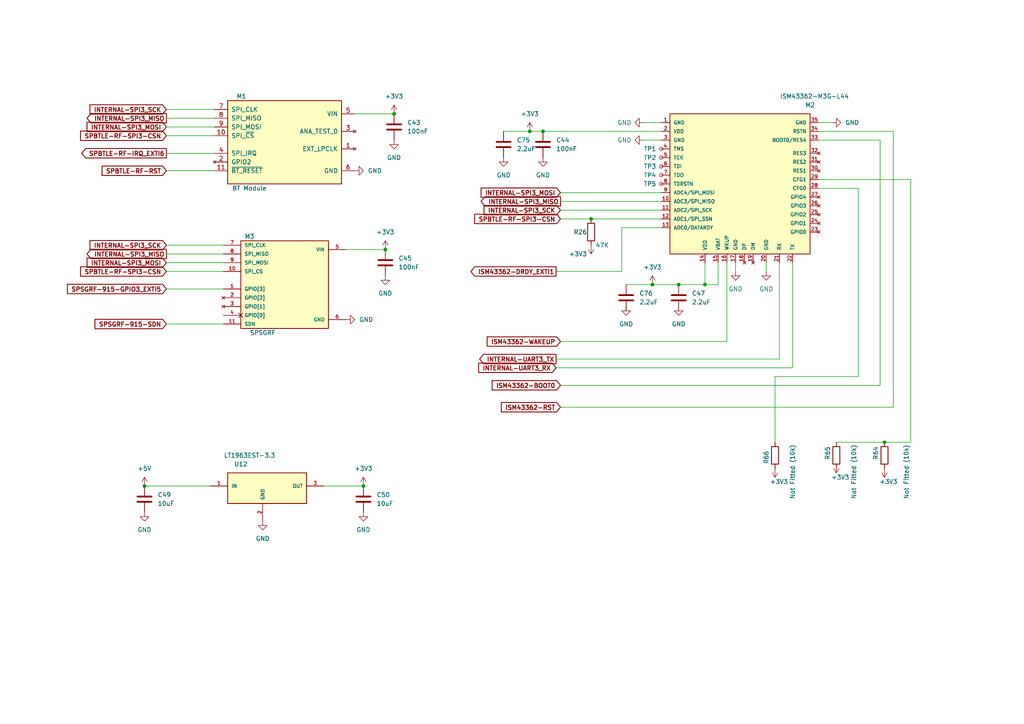
<source format=kicad_sch>
(kicad_sch (version 20211123) (generator eeschema)
  (paper "A4")
  (lib_symbols
    (symbol "+3V3_1" (power) (pin_names (offset 0))
      (property "Value" "+3V3_1" (at 0 5.08 0))
      (symbol "+3V3_1_0_1"
        (polyline (pts (xy -0.762 1.27) (xy 0 2.54)))
        (polyline (pts (xy 0 0) (xy 0 2.54)))
        (polyline (pts (xy 0 2.54) (xy 0.762 1.27)))
      )
      (symbol "+3V3_1_1_1"
        (pin power_in line (at 0 0 90) (length 0) hide (name "+3V3") (number "1"))
      )
    )
    (symbol "Connector:TestPoint_Small" (pin_numbers hide) (pin_names (offset 0.762) hide)
      (property "Reference" "TP" (at 0 3.81 0))
      (property "Value" "TestPoint_Small" (at 0 2.032 0))
      (symbol "TestPoint_Small_0_1"
        (circle (center 0 0) (radius 0.508))
      )
      (symbol "TestPoint_Small_1_1"
        (pin passive line (at 0 0 90) (length 0) (name "1") (number "1"))
      )
    )
    (symbol "Device:C" (pin_numbers hide) (pin_names (offset 0.254))
      (property "Reference" "C" (at 0.635 2.54 0))
      (property "Value" "C" (at 0.635 -2.54 0))
      (symbol "C_0_1"
        (polyline (pts (xy -2.032 -0.762) (xy 2.032 -0.762)) (stroke (width 0.508)))
        (polyline (pts (xy -2.032 0.762) (xy 2.032 0.762)) (stroke (width 0.508)))
      )
      (symbol "C_1_1"
        (pin passive line (at 0 3.81 270) (length 2.794) (name "~") (number "1"))
        (pin passive line (at 0 -3.81 90) (length 2.794) (name "~") (number "2"))
      )
    )
    (symbol "Device:R" (pin_numbers hide) (pin_names (offset 0))
      (property "Reference" "R" (at 2.032 0 90))
      (property "Value" "R" (at 0 0 90))
      (symbol "R_0_1"
        (rectangle (start -1.016 -2.54) (end 1.016 2.54) (stroke (width 0.254)))
      )
      (symbol "R_1_1"
        (pin passive line (at 0 3.81 270) (length 1.27) (name "~") (number "1"))
        (pin passive line (at 0 -3.81 90) (length 1.27) (name "~") (number "2"))
      )
    )
    (symbol "ISM43362-M3G-L44-E_C2.5.0.3_SPI:ISM43362-M3G-L44-E_C2.5.0.3_SPI" (pin_names (offset 1.016))
      (property "Reference" "U?" (at 0 30.48 0))
      (property "Value" "ISM43362-M3G-L44-E_C2.5.0.3_SPI" (at 0 27.94 0))
      (symbol "ISM43362-M3G-L44-E_C2.5.0.3_SPI_0_0"
        (rectangle (start -20.32 25.4) (end 20.32 -15.24) (stroke (width 0.254)) (fill (type background)))
        (pin power_in line (at -22.86 22.86 0) (length 2.54) (name "GND") (number "1"))
        (pin bidirectional line (at -22.86 0 0) (length 2.54) (name "ADC3/SPI_MISO") (number "10"))
        (pin bidirectional line (at -22.86 -2.54 0) (length 2.54) (name "ADC2/SPI_SCK") (number "11"))
        (pin bidirectional line (at -22.86 -5.08 0) (length 2.54) (name "ADC1/SPI_SSN") (number "12"))
        (pin bidirectional line (at -22.86 -7.62 0) (length 2.54) (name "ADC0/DATARDY") (number "13"))
        (pin power_in line (at -10.16 -17.78 90) (length 2.54) (name "VDD") (number "14"))
        (pin power_in line (at -6.35 -17.78 90) (length 2.54) (name "VBAT") (number "15"))
        (pin input line (at -3.81 -17.78 90) (length 2.54) (name "WKUP") (number "16"))
        (pin power_in line (at -1.27 -17.78 90) (length 2.54) (name "GND") (number "17"))
        (pin no_connect line (at 1.27 -17.78 90) (length 2.54) (name "DP") (number "18"))
        (pin no_connect line (at 3.81 -17.78 90) (length 2.54) (name "DM") (number "19"))
        (pin power_in line (at -22.86 20.32 0) (length 2.54) (name "VDD") (number "2"))
        (pin power_in line (at 7.62 -17.78 90) (length 2.54) (name "GND") (number "20"))
        (pin bidirectional line (at 11.43 -17.78 90) (length 2.54) (name "RX") (number "21"))
        (pin bidirectional line (at 15.24 -17.78 90) (length 2.54) (name "TX") (number "22"))
        (pin no_connect line (at 22.86 -8.89 180) (length 2.54) (name "GPIO0") (number "23"))
        (pin no_connect line (at 22.86 -6.35 180) (length 2.54) (name "GPIO1") (number "24"))
        (pin no_connect line (at 22.86 -3.81 180) (length 2.54) (name "GPIO2") (number "25"))
        (pin no_connect line (at 22.86 -1.27 180) (length 2.54) (name "GPIO3") (number "26"))
        (pin no_connect line (at 22.86 1.27 180) (length 2.54) (name "GPIO4") (number "27"))
        (pin input line (at 22.86 3.81 180) (length 2.54) (name "CFG0") (number "28"))
        (pin input line (at 22.86 6.35 180) (length 2.54) (name "CFG1") (number "29"))
        (pin power_in line (at -22.86 17.78 0) (length 2.54) (name "GND") (number "3"))
        (pin no_connect line (at 22.86 8.89 180) (length 2.54) (name "RES1") (number "30"))
        (pin no_connect line (at 22.86 11.43 180) (length 2.54) (name "RES2") (number "31"))
        (pin no_connect line (at 22.86 13.97 180) (length 2.54) (name "RES3") (number "32"))
        (pin bidirectional line (at 22.86 17.78 180) (length 2.54) (name "BOOT0/RES4") (number "33"))
        (pin input line (at 22.86 20.32 180) (length 2.54) (name "RSTN") (number "34"))
        (pin power_in line (at 22.86 22.86 180) (length 2.54) (name "GND") (number "35"))
        (pin bidirectional line (at -22.86 15.24 0) (length 2.54) (name "TMS") (number "4"))
        (pin input line (at -22.86 12.7 0) (length 2.54) (name "TCK") (number "5"))
        (pin input line (at -22.86 10.16 0) (length 2.54) (name "TDI") (number "6"))
        (pin output line (at -22.86 7.62 0) (length 2.54) (name "TDO") (number "7"))
        (pin bidirectional line (at -22.86 5.08 0) (length 2.54) (name "TDRSTN") (number "8"))
        (pin bidirectional line (at -22.86 2.54 0) (length 2.54) (name "ADC4/SPI_MOSI") (number "9"))
      )
    )
    (symbol "PDQ2-D48-D5-S:PDQ2-D48-D5-S" (pin_names (offset 1.016))
      (property "Reference" "U?" (at 0 15.24 0))
      (property "Value" "PDQ2-D48-D5-S" (at 0 12.7 0))
      (symbol "PDQ2-D48-D5-S_0_0"
        (rectangle (start -12.7 3.81) (end 10.16 -5.08) (stroke (width 0.254)) (fill (type background)))
        (pin input line (at -17.78 0 0) (length 5.08) (name "IN") (number "1"))
        (pin output line (at -2.54 -10.16 90) (length 5.08) (name "GND") (number "2"))
        (pin output line (at 15.24 0 180) (length 5.08) (name "OUT") (number "3"))
      )
    )
    (symbol "RF_Bluetooth:SPBTLE-RF" (pin_names (offset 1.016))
      (property "Reference" "U?" (at 2.0194 13.97 0))
      (property "Value" "SPBTLE-RF" (at 2.0194 11.43 0))
      (symbol "SPBTLE-RF_0_1"
        (rectangle (start -16.51 8.89) (end 16.51 -15.24) (stroke (width 0.254)) (fill (type background)))
      )
      (symbol "SPBTLE-RF_1_1"
        (pin no_connect line (at 20.32 -5.08 180) (length 3.81) (name "EXT_LPCLK") (number "1"))
        (pin input line (at -20.32 -1.27 0) (length 3.81) (name "SPI_~{CS}") (number "10"))
        (pin input line (at -20.32 -11.43 0) (length 3.81) (name "~{BT_RESET}") (number "11"))
        (pin no_connect line (at -20.32 -8.89 0) (length 3.81) (name "GPIO2") (number "2"))
        (pin no_connect line (at 20.32 0 180) (length 3.81) (name "ANA_TEST_0") (number "3"))
        (pin output line (at -20.32 -6.35 0) (length 3.81) (name "SPI_IRQ") (number "4"))
        (pin power_in line (at 20.32 5.08 180) (length 3.81) (name "VIN") (number "5"))
        (pin power_in line (at 20.32 -11.43 180) (length 3.81) (name "GND") (number "6"))
        (pin input line (at -20.32 6.35 0) (length 3.81) (name "SPI_CLK") (number "7"))
        (pin output line (at -20.32 3.81 0) (length 3.81) (name "SPI_MISO") (number "8"))
        (pin input line (at -20.32 1.27 0) (length 3.81) (name "SPI_MOSI") (number "9"))
      )
    )
    (symbol "SPSGRF-868:SPSGRF-868" (pin_names (offset 1.016))
      (property "Reference" "U?" (at 0 17.78 0))
      (property "Value" "SPSGRF-868" (at 0 15.24 0))
      (symbol "SPSGRF-868_0_0"
        (rectangle (start -12.7 -12.7) (end 12.7 12.7) (stroke (width 0.254)) (fill (type background)))
        (pin bidirectional line (at -17.78 -1.27 0) (length 5.08) (name "GPIO[3]") (number "1"))
        (pin input line (at -17.78 3.81 0) (length 5.08) (name "SPI_CS") (number "10"))
        (pin input line (at -17.78 -11.43 0) (length 5.08) (name "SDN") (number "11"))
        (pin no_connect line (at -17.78 -3.81 0) (length 5.08) (name "GPIO[2]") (number "2"))
        (pin no_connect line (at -17.78 -6.35 0) (length 5.08) (name "GPIO[1]") (number "3"))
        (pin bidirectional non_logic (at -17.78 -8.89 0) (length 5.08) (name "GPIO[0]") (number "4"))
        (pin power_in line (at 17.78 10.16 180) (length 5.08) (name "VIN") (number "5"))
        (pin power_in line (at 17.78 -10.16 180) (length 5.08) (name "GND") (number "6"))
        (pin input line (at -17.78 11.43 0) (length 5.08) (name "SPI_CLK") (number "7"))
        (pin output line (at -17.78 8.89 0) (length 5.08) (name "SPI_MISO") (number "8"))
        (pin input line (at -17.78 6.35 0) (length 5.08) (name "SPI_MOSI") (number "9"))
      )
    )
    (symbol "power:+3V3" (power) (pin_names (offset 0))
      (property "Value" "+3V3" (at 0 3.556 0))
      (symbol "+3V3_0_1"
        (polyline (pts (xy -0.762 1.27) (xy 0 2.54)))
        (polyline (pts (xy 0 0) (xy 0 2.54)))
        (polyline (pts (xy 0 2.54) (xy 0.762 1.27)))
      )
      (symbol "+3V3_1_1"
        (pin power_in line (at 0 0 90) (length 0) hide (name "+3V3") (number "1"))
      )
    )
    (symbol "power:+5V" (power) (pin_names (offset 0))
      (property "Value" "+5V" (at 0 3.556 0))
      (symbol "+5V_0_1"
        (polyline (pts (xy -0.762 1.27) (xy 0 2.54)))
        (polyline (pts (xy 0 0) (xy 0 2.54)))
        (polyline (pts (xy 0 2.54) (xy 0.762 1.27)))
      )
      (symbol "+5V_1_1"
        (pin power_in line (at 0 0 90) (length 0) hide (name "+5V") (number "1"))
      )
    )
    (symbol "power:GND" (power) (pin_names (offset 0))
      (property "Value" "GND" (at 0 -3.81 0))
      (symbol "GND_0_1"
        (polyline (pts (xy 0 0) (xy 0 -1.27) (xy 1.27 -1.27) (xy 0 -2.54) (xy -1.27 -1.27) (xy 0 -1.27)))
      )
      (symbol "GND_1_1"
        (pin power_in line (at 0 0 270) (length 0) hide (name "GND") (number "1"))
      )
    )
  )
  (junction (at 153.67 38.1))
  (junction (at 111.76 72.39))
  (junction (at 114.3 33.02))
  (junction (at 105.41 140.97))
  (junction (at 256.54 128.27))
  (junction (at 171.45 63.5))
  (junction (at 196.85 82.55))
  (junction (at 204.47 82.55))
  (junction (at 189.23 82.55))
  (junction (at 157.48 38.1))
  (junction (at 41.91 140.97))
  (wire (pts (xy 222.25 78.74) (xy 222.25 76.2)))
  (wire (pts (xy 229.87 106.68) (xy 161.29 106.68)))
  (wire (pts (xy 196.85 82.55) (xy 204.47 82.55)))
  (wire (pts (xy 242.57 135.89) (xy 242.57 134.62)))
  (wire (pts (xy 255.27 111.76) (xy 162.56 111.76)))
  (wire (pts (xy 157.48 38.1) (xy 191.77 38.1)))
  (wire (pts (xy 146.05 38.1) (xy 153.67 38.1)))
  (wire (pts (xy 248.92 54.61) (xy 248.92 109.22)))
  (wire (pts (xy 256.54 128.27) (xy 264.16 128.27)))
  (wire (pts (xy 162.56 58.42) (xy 191.77 58.42)))
  (wire (pts (xy 196.85 88.9) (xy 196.85 90.17)))
  (wire (pts (xy 41.91 140.97) (xy 60.96 140.97)))
  (wire (pts (xy 237.49 52.07) (xy 264.16 52.07)))
  (wire (pts (xy 204.47 82.55) (xy 208.28 82.55)))
  (wire (pts (xy 237.49 40.64) (xy 255.27 40.64)))
  (wire (pts (xy 48.26 39.37) (xy 62.23 39.37)))
  (wire (pts (xy 102.87 33.02) (xy 114.3 33.02)))
  (wire (pts (xy 180.34 66.04) (xy 180.34 78.74)))
  (wire (pts (xy 224.79 109.22) (xy 224.79 128.27)))
  (wire (pts (xy 264.16 52.07) (xy 264.16 128.27)))
  (wire (pts (xy 162.56 99.06) (xy 210.82 99.06)))
  (wire (pts (xy 162.56 63.5) (xy 171.45 63.5)))
  (wire (pts (xy 161.29 78.74) (xy 180.34 78.74)))
  (wire (pts (xy 242.57 128.27) (xy 256.54 128.27)))
  (wire (pts (xy 259.08 38.1) (xy 259.08 118.11)))
  (wire (pts (xy 48.26 44.45) (xy 62.23 44.45)))
  (wire (pts (xy 48.26 71.12) (xy 64.77 71.12)))
  (wire (pts (xy 208.28 76.2) (xy 208.28 82.55)))
  (wire (pts (xy 48.26 83.82) (xy 64.77 83.82)))
  (wire (pts (xy 186.69 35.56) (xy 191.77 35.56)))
  (wire (pts (xy 153.67 38.1) (xy 157.48 38.1)))
  (wire (pts (xy 181.61 82.55) (xy 189.23 82.55)))
  (wire (pts (xy 161.29 104.14) (xy 226.06 104.14)))
  (wire (pts (xy 48.26 49.53) (xy 62.23 49.53)))
  (wire (pts (xy 237.49 38.1) (xy 259.08 38.1)))
  (wire (pts (xy 48.26 34.29) (xy 62.23 34.29)))
  (wire (pts (xy 48.26 73.66) (xy 64.77 73.66)))
  (wire (pts (xy 48.26 36.83) (xy 62.23 36.83)))
  (wire (pts (xy 213.36 78.74) (xy 213.36 76.2)))
  (wire (pts (xy 100.33 72.39) (xy 111.76 72.39)))
  (wire (pts (xy 48.26 31.75) (xy 62.23 31.75)))
  (wire (pts (xy 48.26 76.2) (xy 64.77 76.2)))
  (wire (pts (xy 189.23 82.55) (xy 196.85 82.55)))
  (wire (pts (xy 162.56 55.88) (xy 191.77 55.88)))
  (wire (pts (xy 204.47 76.2) (xy 204.47 82.55)))
  (wire (pts (xy 210.82 76.2) (xy 210.82 99.06)))
  (wire (pts (xy 48.26 78.74) (xy 64.77 78.74)))
  (wire (pts (xy 255.27 40.64) (xy 255.27 111.76)))
  (wire (pts (xy 162.56 118.11) (xy 259.08 118.11)))
  (wire (pts (xy 226.06 76.2) (xy 226.06 104.14)))
  (wire (pts (xy 181.61 88.9) (xy 181.61 90.17)))
  (wire (pts (xy 241.3 35.56) (xy 237.49 35.56)))
  (wire (pts (xy 93.98 140.97) (xy 105.41 140.97)))
  (wire (pts (xy 180.34 66.04) (xy 191.77 66.04)))
  (wire (pts (xy 237.49 54.61) (xy 248.92 54.61)))
  (wire (pts (xy 162.56 60.96) (xy 191.77 60.96)))
  (wire (pts (xy 248.92 109.22) (xy 224.79 109.22)))
  (wire (pts (xy 171.45 63.5) (xy 191.77 63.5)))
  (wire (pts (xy 48.26 93.98) (xy 64.77 93.98)))
  (wire (pts (xy 229.87 76.2) (xy 229.87 106.68)))
  (wire (pts (xy 186.69 40.64) (xy 191.77 40.64)))
  (global_label "ISM43362-WAKEUP" (shape input) (at 162.56 99.06 180) (effects (font (thickness 0.254) bold)) (property "Intersheet References" "${INTERSHEET_REFS}" (effects hide)))
  (global_label "INTERNAL-SPI3_SCK" (shape input) (at 48.26 71.12 180) (effects (font (thickness 0.254) bold)) (property "Intersheet References" "${INTERSHEET_REFS}" (effects hide)))
  (global_label "INTERNAL-SPI3_MISO" (shape output) (at 48.26 73.66 180) (effects (font (thickness 0.254) bold)) (property "Intersheet References" "${INTERSHEET_REFS}" (effects hide)))
  (global_label "INTERNAL-SPI3_MOSI" (shape input) (at 162.56 55.88 180) (effects (font (thickness 0.254) bold)) (property "Intersheet References" "${INTERSHEET_REFS}" (effects hide)))
  (global_label "INTERNAL-SPI3_MOSI" (shape input) (at 48.26 36.83 180) (effects (font (thickness 0.254) bold)) (property "Intersheet References" "${INTERSHEET_REFS}" (effects hide)))
  (global_label "SPSGRF-915-SDN" (shape input) (at 48.26 93.98 180) (effects (font (thickness 0.254) bold)) (property "Intersheet References" "${INTERSHEET_REFS}" (effects hide)))
  (global_label "SPBTLE-RF-SPI3-CSN" (shape input) (at 162.56 63.5 180) (effects (font (thickness 0.254) bold)) (property "Intersheet References" "${INTERSHEET_REFS}" (effects hide)))
  (global_label "SPBTLE-RF-RST" (shape input) (at 48.26 49.53 180) (effects (font (thickness 0.254) bold)) (property "Intersheet References" "${INTERSHEET_REFS}" (effects hide)))
  (global_label "INTERNAL-SPI3_SCK" (shape input) (at 48.26 31.75 180) (effects (font (thickness 0.254) bold)) (property "Intersheet References" "${INTERSHEET_REFS}" (effects hide)))
  (global_label "SPBTLE-RF-SPI3-CSN" (shape input) (at 48.26 78.74 180) (effects (font (thickness 0.254) bold)) (property "Intersheet References" "${INTERSHEET_REFS}" (effects hide)))
  (global_label "ISM43362-RST" (shape input) (at 162.56 118.11 180) (effects (font (thickness 0.254) bold)) (property "Intersheet References" "${INTERSHEET_REFS}" (effects hide)))
  (global_label "INTERNAL-SPI3_MISO" (shape output) (at 48.26 34.29 180) (effects (font (thickness 0.254) bold)) (property "Intersheet References" "${INTERSHEET_REFS}" (effects hide)))
  (global_label "INTERNAL-SPI3_MISO" (shape output) (at 162.56 58.42 180) (effects (font (thickness 0.254) bold)) (property "Intersheet References" "${INTERSHEET_REFS}" (effects hide)))
  (global_label "INTERNAL-SPI3_MOSI" (shape input) (at 48.26 76.2 180) (effects (font (thickness 0.254) bold)) (property "Intersheet References" "${INTERSHEET_REFS}" (effects hide)))
  (global_label "INTERNAL-UART3_RX" (shape input) (at 161.29 106.68 180) (effects (font (thickness 0.254) bold)) (property "Intersheet References" "${INTERSHEET_REFS}" (effects hide)))
  (global_label "SPSGRF-915-GPIO3_EXTI5" (shape input) (at 48.26 83.82 180) (effects (font (thickness 0.254) bold)) (property "Intersheet References" "${INTERSHEET_REFS}" (effects hide)))
  (global_label "INTERNAL-SPI3_SCK" (shape input) (at 162.56 60.96 180) (effects (font (thickness 0.254) bold)) (property "Intersheet References" "${INTERSHEET_REFS}" (effects hide)))
  (global_label "ISM43362-BOOT0" (shape input) (at 162.56 111.76 180) (effects (font (thickness 0.254) bold)) (property "Intersheet References" "${INTERSHEET_REFS}" (effects hide)))
  (global_label "SPBTLE-RF-SPI3-CSN" (shape input) (at 48.26 39.37 180) (effects (font (thickness 0.254) bold)) (property "Intersheet References" "${INTERSHEET_REFS}" (effects hide)))
  (global_label "INTERNAL-UART3_TX" (shape output) (at 161.29 104.14 180) (effects (font (thickness 0.254) bold)) (property "Intersheet References" "${INTERSHEET_REFS}" (effects hide)))
  (global_label "ISM43362-DRDY_EXTI1" (shape output) (at 161.29 78.74 180) (effects (font (thickness 0.254) bold)) (property "Intersheet References" "${INTERSHEET_REFS}" (effects hide)))
  (global_label "SPBTLE-RF-IRQ_EXTI6" (shape output) (at 48.26 44.45 180) (effects (font (thickness 0.254) bold)) (property "Intersheet References" "${INTERSHEET_REFS}" (effects hide)))
  (symbol (lib_id "Connector:TestPoint_Small") (at 191.77 48.26 0) (unit 1)
    (property "Reference" "TP3" (at 186.69 48.26 0) (effects (justify left)))
    (property "Value" "TestPoint_Small" (effects hide))
    (property "Footprint" "TestPoint:TestPoint_2Pads_Pitch2.54mm_Drill0.8mm" (effects hide))
  )
  (symbol (lib_id "Device:C") (at 181.61 86.36 0) (unit 1)
    (property "Reference" "C76" (at 185.42 85.0899 0) (effects (justify left)))
    (property "Value" "2.2uF" (at 185.42 87.6299 0) (effects (justify left)))
    (property "Footprint" "Capacitor_SMD:C_0603_1608Metric" (effects hide))
    (property "Datasheet" "https://www.snapeda.com/parts/C0603C222K4RACTU/KEMET/datasheet/" (effects hide))
  )
  (symbol (lib_id "power:+3V3") (at 171.45 71.12 0) (mirror x) (unit 1)
    (property "Reference" "#PWR?" (effects hide))
    (property "Value" "+3V3" (at 167.64 73.66 0))
  )
  (symbol (lib_id "Connector:TestPoint_Small") (at 191.77 50.8 0) (unit 1)
    (property "Reference" "TP4" (at 186.69 50.8 0) (effects (justify left)))
    (property "Value" "TestPoint_Small" (effects hide))
    (property "Footprint" "TestPoint:TestPoint_2Pads_Pitch2.54mm_Drill0.8mm" (effects hide))
  )
  (symbol (lib_id "power:GND") (at 100.33 92.71 90) (unit 1)
    (property "Reference" "#PWR?" (effects hide))
    (property "Value" "GND" (at 104.14 92.7099 90) (effects (justify right)))
  )
  (symbol (lib_id "Device:R") (at 171.45 67.31 0) (unit 1)
    (property "Reference" "R26" (at 166.37 67.31 0) (effects (justify left)))
    (property "Value" "47K" (at 172.72 71.12 0) (effects (justify left)))
    (property "Footprint" "Resistor_SMD:R_0402_1005Metric" (effects hide))
    (property "Datasheet" "https://www.snapeda.com/parts/ERA-2HEC7321P/Panasonic/datasheet/" (effects hide))
  )
  (symbol (lib_id "power:+3V3") (at 105.41 140.97 0) (unit 1)
    (property "Reference" "#PWR?" (effects hide))
    (property "Value" "+3V3" (at 105.41 135.89 0))
  )
  (symbol (lib_id "Device:C") (at 41.91 144.78 0) (unit 1)
    (property "Reference" "C49" (at 45.72 143.5099 0) (effects (justify left)))
    (property "Value" "10uF" (at 45.72 146.0499 0) (effects (justify left)))
    (property "Footprint" "Capacitor_SMD:C_0603_1608Metric" (effects hide))
    (property "Datasheet" "https://www.snapeda.com/parts/C0603C222K4RACTU/KEMET/datasheet/" (effects hide))
  )
  (symbol (lib_id "Device:C") (at 111.76 76.2 0) (unit 1)
    (property "Reference" "C45" (at 115.57 74.9299 0) (effects (justify left)))
    (property "Value" "100nF" (at 115.57 77.4699 0) (effects (justify left)))
    (property "Footprint" "Capacitor_SMD:C_0402_1005Metric" (effects hide))
    (property "Datasheet" "https://s3.amazonaws.com/snapeda/datasheet/C0402C222J3JACTU_KEMET.pdf" (effects hide))
  )
  (symbol (lib_id "power:GND") (at 146.05 45.72 0) (unit 1)
    (property "Reference" "#PWR?" (effects hide))
    (property "Value" "GND" (at 146.05 50.8 0))
  )
  (symbol (lib_id "Device:C") (at 146.05 41.91 0) (unit 1)
    (property "Reference" "C75" (at 149.86 40.6399 0) (effects (justify left)))
    (property "Value" "2.2uF" (at 149.86 43.1799 0) (effects (justify left)))
    (property "Footprint" "Capacitor_SMD:C_0603_1608Metric" (effects hide))
    (property "Datasheet" "https://www.snapeda.com/parts/C0603C222K4RACTU/KEMET/datasheet/" (effects hide))
  )
  (symbol (lib_name "+3V3_1") (lib_id "power:+3V3") (at 189.23 82.55 0) (unit 1)
    (property "Reference" "#PWR?" (effects hide))
    (property "Value" "3V3_WIFI" (at 189.23 77.47 0))
  )
  (symbol (lib_id "power:GND") (at 102.87 49.53 90) (unit 1)
    (property "Reference" "#PWR?" (effects hide))
    (property "Value" "GND" (at 106.68 49.5299 90) (effects (justify right)))
  )
  (symbol (lib_id "power:GND") (at 222.25 78.74 0) (unit 1)
    (property "Reference" "#PWR?" (effects hide))
    (property "Value" "GND" (at 222.25 83.82 0))
  )
  (symbol (lib_name "+3V3_1") (lib_id "power:+3V3") (at 153.67 38.1 0) (unit 1)
    (property "Reference" "#PWR?" (effects hide))
    (property "Value" "3V3_WIFI" (at 153.67 33.02 0))
  )
  (symbol (lib_id "power:GND") (at 76.2 151.13 0) (unit 1)
    (property "Reference" "#PWR?" (effects hide))
    (property "Value" "GND" (at 76.2 156.21 0))
  )
  (symbol (lib_id "power:GND") (at 111.76 80.01 0) (unit 1)
    (property "Reference" "#PWR?" (effects hide))
    (property "Value" "GND" (at 111.76 85.09 0))
  )
  (symbol (lib_id "PDQ2-D48-D5-S:PDQ2-D48-D5-S") (at 78.74 140.97 0) (unit 1)
    (property "Reference" "U12" (at 69.85 134.62 0))
    (property "Value" "LT1963EST-3.3" (at 72.39 132.08 0))
    (property "Footprint" "LT1963EST-3:SOT230P700X180-4N" (effects hide))
    (property "Datasheet" "https://www.snapeda.com/parts/LT1963EST-3.3/Analog%20Devices%20/%20Linear%20Technology/datasheet/" (effects hide))
    (property "MANUFACTURER" "CUI Inc" (effects hide))
    (property "PARTREV" "1.0" (effects hide))
    (property "STANDARD" "Manufacturer Recommendations" (effects hide))
  )
  (symbol (lib_id "Device:C") (at 196.85 86.36 0) (unit 1)
    (property "Reference" "C47" (at 200.66 85.0899 0) (effects (justify left)))
    (property "Value" "2.2uF" (at 200.66 87.6299 0) (effects (justify left)))
    (property "Footprint" "Capacitor_SMD:C_0402_1005Metric" (effects hide))
    (property "Datasheet" "https://s3.amazonaws.com/snapeda/datasheet/C0402C222J3JACTU_KEMET.pdf" (effects hide))
  )
  (symbol (lib_name "+3V3_1") (lib_id "power:+3V3") (at 242.57 134.62 0) (mirror x) (unit 1)
    (property "Reference" "#PWR?" (effects hide))
    (property "Value" "3V3_WIFI" (at 246.38 138.43 0) (effects (justify right)))
  )
  (symbol (lib_id "power:GND") (at 157.48 45.72 0) (unit 1)
    (property "Reference" "#PWR?" (effects hide))
    (property "Value" "GND" (at 157.48 50.8 0))
  )
  (symbol (lib_id "RF_Bluetooth:SPBTLE-RF") (at 82.55 38.1 0) (unit 1)
    (property "Reference" "M1" (at 68.58 27.94 0) (effects (justify left)))
    (property "Value" "BT Module" (at 67.31 54.61 0) (effects (justify left)))
    (property "Footprint" "RF_Module:ST_SPBTLE" (effects hide))
    (property "Datasheet" "http://www.st.com/resource/en/datasheet/spbtle-rf.pdf" (effects hide))
  )
  (symbol (lib_id "ISM43362-M3G-L44-E_C2.5.0.3_SPI:ISM43362-M3G-L44-E_C2.5.0.3_SPI") (at 214.63 58.42 0) (unit 1)
    (property "Reference" "M2" (at 234.95 30.48 0))
    (property "Value" "ISM43362-M3G-L44" (at 236.22 27.94 0))
    (property "Footprint" "ISM43362-M3G-L44:INVENTEK_ISM43362-M3G-L44-E_C2.5.0.3_SPI" (effects hide))
    (property "Datasheet" "https://www.snapeda.com/parts/ISM43362-M3G-L44-E%20C2.5.0.3%20SPI/Inventek%20Systems/datasheet/" (effects hide))
    (property "MANUFACTURER" "INVENTEK SYSTEMS" (effects hide))
  )
  (symbol (lib_id "power:GND") (at 181.61 88.9 0) (unit 1)
    (property "Reference" "#PWR?" (effects hide))
    (property "Value" "GND" (at 181.61 93.98 0))
  )
  (symbol (lib_id "power:+3V3") (at 114.3 33.02 0) (unit 1)
    (property "Reference" "#PWR?" (effects hide))
    (property "Value" "+3V3" (at 114.3 27.94 0))
  )
  (symbol (lib_id "power:+3V3") (at 111.76 72.39 0) (unit 1)
    (property "Reference" "#PWR?" (effects hide))
    (property "Value" "+3V3" (at 111.76 67.31 0))
  )
  (symbol (lib_name "+3V3_1") (lib_id "power:+3V3") (at 224.79 135.89 0) (mirror x) (unit 1)
    (property "Reference" "#PWR?" (effects hide))
    (property "Value" "3V3_WIFI" (at 228.6 139.7 0) (effects (justify right)))
  )
  (symbol (lib_id "Device:R") (at 242.57 132.08 0) (unit 1)
    (property "Reference" "R65" (at 240.03 133.35 90) (effects (justify left)))
    (property "Value" "Not Fitted (10k)" (at 247.65 144.78 90) (effects (justify left)))
    (property "Footprint" "Resistor_SMD:R_0402_1005Metric" (effects hide))
    (property "Datasheet" "https://www.snapeda.com/parts/ERA-2HEC7321P/Panasonic/datasheet/" (effects hide))
  )
  (symbol (lib_id "power:GND") (at 186.69 40.64 270) (unit 1)
    (property "Reference" "#PWR?" (effects hide))
    (property "Value" "GND" (at 179.07 40.64 90) (effects (justify left)))
  )
  (symbol (lib_id "power:GND") (at 114.3 40.64 0) (unit 1)
    (property "Reference" "#PWR?" (effects hide))
    (property "Value" "GND" (at 114.3 45.72 0))
  )
  (symbol (lib_id "Connector:TestPoint_Small") (at 191.77 43.18 0) (unit 1)
    (property "Reference" "TP1" (at 186.69 43.18 0) (effects (justify left)))
    (property "Value" "TestPoint_Small" (effects hide))
    (property "Footprint" "TestPoint:TestPoint_2Pads_Pitch2.54mm_Drill0.8mm" (effects hide))
  )
  (symbol (lib_id "Connector:TestPoint_Small") (at 191.77 45.72 0) (unit 1)
    (property "Reference" "TP2" (at 186.69 45.72 0) (effects (justify left)))
    (property "Value" "TestPoint_Small" (effects hide))
    (property "Footprint" "TestPoint:TestPoint_2Pads_Pitch2.54mm_Drill0.8mm" (effects hide))
  )
  (symbol (lib_id "Device:C") (at 105.41 144.78 0) (unit 1)
    (property "Reference" "C50" (at 109.22 143.5099 0) (effects (justify left)))
    (property "Value" "10uF" (at 109.22 146.0499 0) (effects (justify left)))
    (property "Footprint" "Capacitor_SMD:C_0603_1608Metric" (effects hide))
    (property "Datasheet" "https://www.snapeda.com/parts/C0603C222K4RACTU/KEMET/datasheet/" (effects hide))
  )
  (symbol (lib_id "power:GND") (at 196.85 88.9 0) (unit 1)
    (property "Reference" "#PWR?" (effects hide))
    (property "Value" "GND" (at 196.85 93.98 0))
  )
  (symbol (lib_id "SPSGRF-868:SPSGRF-868") (at 82.55 82.55 0) (unit 1)
    (property "Reference" "M3" (at 72.39 68.58 0))
    (property "Value" "SPSGRF" (at 76.2 96.52 0))
    (property "Footprint" "SPSGRF-868:XCVR_SPSGRF-868" (effects hide))
    (property "Datasheet" "https://s3.amazonaws.com/snapeda/datasheet/SPSGRF-868_STMicroelectronics.pdf" (effects hide))
    (property "MANUFACTURER" "ST Microelectronics" (effects hide))
  )
  (symbol (lib_id "power:GND") (at 241.3 35.56 90) (unit 1)
    (property "Reference" "#PWR?" (effects hide))
    (property "Value" "GND" (at 245.11 35.5599 90) (effects (justify right)))
  )
  (symbol (lib_id "power:GND") (at 41.91 148.59 0) (unit 1)
    (property "Reference" "#PWR?" (effects hide))
    (property "Value" "GND" (at 41.91 153.67 0))
  )
  (symbol (lib_id "Device:R") (at 224.79 132.08 0) (unit 1)
    (property "Reference" "R66" (at 222.25 134.62 90) (effects (justify left)))
    (property "Value" "Not Fitted (10k)" (at 229.87 144.78 90) (effects (justify left)))
    (property "Footprint" "Resistor_SMD:R_0402_1005Metric" (effects hide))
    (property "Datasheet" "https://www.snapeda.com/parts/ERA-2HEC7321P/Panasonic/datasheet/" (effects hide))
  )
  (symbol (lib_id "power:GND") (at 213.36 78.74 0) (unit 1)
    (property "Reference" "#PWR?" (effects hide))
    (property "Value" "GND" (at 213.36 83.82 0))
  )
  (symbol (lib_id "Device:C") (at 157.48 41.91 0) (unit 1)
    (property "Reference" "C44" (at 161.29 40.6399 0) (effects (justify left)))
    (property "Value" "100nF" (at 161.29 43.1799 0) (effects (justify left)))
    (property "Footprint" "Capacitor_SMD:C_0402_1005Metric" (effects hide))
    (property "Datasheet" "https://s3.amazonaws.com/snapeda/datasheet/C0402C222J3JACTU_KEMET.pdf" (effects hide))
  )
  (symbol (lib_id "power:+5V") (at 41.91 140.97 0) (unit 1)
    (property "Reference" "#PWR?" (effects hide))
    (property "Value" "+5V" (at 41.91 135.89 0))
  )
  (symbol (lib_id "Device:R") (at 256.54 132.08 0) (unit 1)
    (property "Reference" "R64" (at 254 133.35 90) (effects (justify left)))
    (property "Value" "Not Fitted (10k)" (at 262.89 144.78 90) (effects (justify left)))
    (property "Footprint" "Resistor_SMD:R_0402_1005Metric" (effects hide))
    (property "Datasheet" "https://www.snapeda.com/parts/ERA-2HEC7321P/Panasonic/datasheet/" (effects hide))
  )
  (symbol (lib_id "power:GND") (at 186.69 35.56 270) (unit 1)
    (property "Reference" "#PWR?" (effects hide))
    (property "Value" "GND" (at 179.07 35.56 90) (effects (justify left)))
  )
  (symbol (lib_id "Device:C") (at 114.3 36.83 0) (unit 1)
    (property "Reference" "C43" (at 118.11 35.5599 0) (effects (justify left)))
    (property "Value" "100nF" (at 118.11 38.0999 0) (effects (justify left)))
    (property "Footprint" "Capacitor_SMD:C_0402_1005Metric" (effects hide))
    (property "Datasheet" "https://s3.amazonaws.com/snapeda/datasheet/C0402C222J3JACTU_KEMET.pdf" (effects hide))
  )
  (symbol (lib_id "power:GND") (at 105.41 148.59 0) (unit 1)
    (property "Reference" "#PWR?" (effects hide))
    (property "Value" "GND" (at 105.41 153.67 0))
  )
  (symbol (lib_id "Connector:TestPoint_Small") (at 191.77 53.34 0) (unit 1)
    (property "Reference" "TP5" (at 186.69 53.34 0) (effects (justify left)))
    (property "Value" "TestPoint_Small" (effects hide))
    (property "Footprint" "TestPoint:TestPoint_2Pads_Pitch2.54mm_Drill0.8mm" (effects hide))
  )
  (symbol (lib_name "+3V3_1") (lib_id "power:+3V3") (at 256.54 135.89 0) (mirror x) (unit 1)
    (property "Reference" "#PWR?" (effects hide))
    (property "Value" "3V3_WIFI" (at 260.35 139.7 0) (effects (justify right)))
  )
)
</source>
